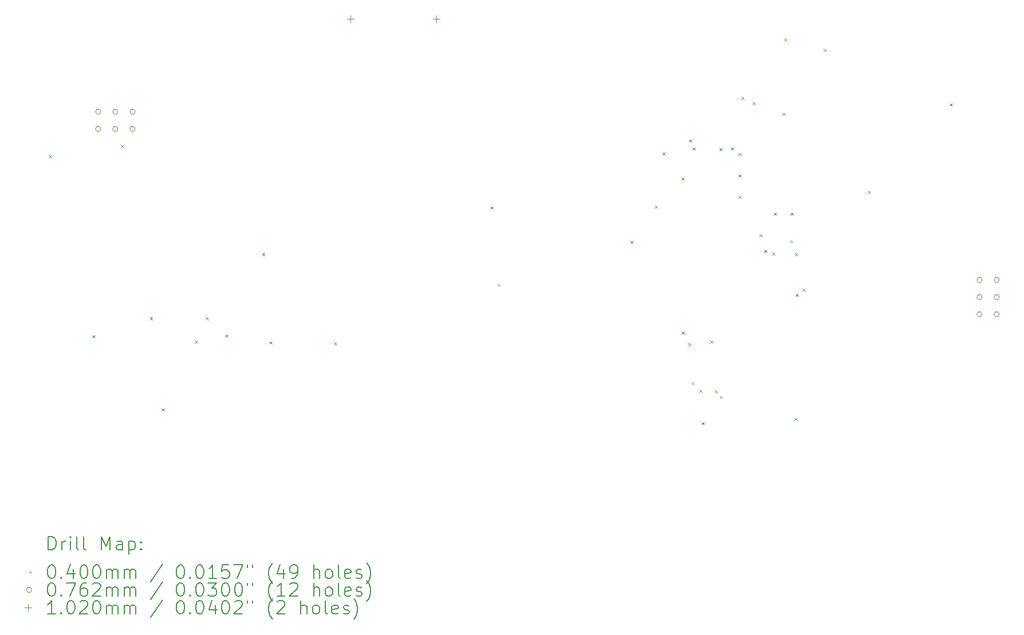
<source format=gbr>
%TF.GenerationSoftware,KiCad,Pcbnew,7.0.1-0*%
%TF.CreationDate,2023-04-14T16:50:05-04:00*%
%TF.ProjectId,WrightSpace,57726967-6874-4537-9061-63652e6b6963,v01*%
%TF.SameCoordinates,Original*%
%TF.FileFunction,Drillmap*%
%TF.FilePolarity,Positive*%
%FSLAX45Y45*%
G04 Gerber Fmt 4.5, Leading zero omitted, Abs format (unit mm)*
G04 Created by KiCad (PCBNEW 7.0.1-0) date 2023-04-14 16:50:05*
%MOMM*%
%LPD*%
G01*
G04 APERTURE LIST*
%ADD10C,0.200000*%
%ADD11C,0.040000*%
%ADD12C,0.076200*%
%ADD13C,0.102000*%
G04 APERTURE END LIST*
D10*
D11*
X9226150Y-8183240D02*
X9266150Y-8223240D01*
X9266150Y-8183240D02*
X9226150Y-8223240D01*
X9867260Y-10849220D02*
X9907260Y-10889220D01*
X9907260Y-10849220D02*
X9867260Y-10889220D01*
X10292400Y-8031800D02*
X10332400Y-8071800D01*
X10332400Y-8031800D02*
X10292400Y-8071800D01*
X10722200Y-10584290D02*
X10762200Y-10624290D01*
X10762200Y-10584290D02*
X10722200Y-10624290D01*
X10897350Y-11932040D02*
X10937350Y-11972040D01*
X10937350Y-11932040D02*
X10897350Y-11972040D01*
X11384600Y-10927400D02*
X11424600Y-10967400D01*
X11424600Y-10927400D02*
X11384600Y-10967400D01*
X11548170Y-10579030D02*
X11588170Y-10619030D01*
X11588170Y-10579030D02*
X11548170Y-10619030D01*
X11833370Y-10840850D02*
X11873370Y-10880850D01*
X11873370Y-10840850D02*
X11833370Y-10880850D01*
X12380460Y-9630950D02*
X12420460Y-9670950D01*
X12420460Y-9630950D02*
X12380460Y-9670950D01*
X12483920Y-10942430D02*
X12523920Y-10982430D01*
X12523920Y-10942430D02*
X12483920Y-10982430D01*
X13442000Y-10952800D02*
X13482000Y-10992800D01*
X13482000Y-10952800D02*
X13442000Y-10992800D01*
X15755640Y-8943770D02*
X15795640Y-8983770D01*
X15795640Y-8943770D02*
X15755640Y-8983770D01*
X15860710Y-10087040D02*
X15900710Y-10127040D01*
X15900710Y-10087040D02*
X15860710Y-10127040D01*
X17823870Y-9456670D02*
X17863870Y-9496670D01*
X17863870Y-9456670D02*
X17823870Y-9496670D01*
X18187440Y-8927700D02*
X18227440Y-8967700D01*
X18227440Y-8927700D02*
X18187440Y-8967700D01*
X18299900Y-8144800D02*
X18339900Y-8184800D01*
X18339900Y-8144800D02*
X18299900Y-8184800D01*
X18579330Y-8513170D02*
X18619330Y-8553170D01*
X18619330Y-8513170D02*
X18579330Y-8553170D01*
X18579710Y-10797170D02*
X18619710Y-10837170D01*
X18619710Y-10797170D02*
X18579710Y-10837170D01*
X18675130Y-10963070D02*
X18715130Y-11003070D01*
X18715130Y-10963070D02*
X18675130Y-11003070D01*
X18695430Y-7953670D02*
X18735430Y-7993670D01*
X18735430Y-7953670D02*
X18695430Y-7993670D01*
X18730190Y-11542050D02*
X18770190Y-11582050D01*
X18770190Y-11542050D02*
X18730190Y-11582050D01*
X18742970Y-8071640D02*
X18782970Y-8111640D01*
X18782970Y-8071640D02*
X18742970Y-8111640D01*
X18845170Y-11653910D02*
X18885170Y-11693910D01*
X18885170Y-11653910D02*
X18845170Y-11693910D01*
X18880820Y-12134840D02*
X18920820Y-12174840D01*
X18920820Y-12134840D02*
X18880820Y-12174840D01*
X19004600Y-10927400D02*
X19044600Y-10967400D01*
X19044600Y-10927400D02*
X19004600Y-10967400D01*
X19074730Y-11666420D02*
X19114730Y-11706420D01*
X19114730Y-11666420D02*
X19074730Y-11706420D01*
X19138900Y-8078800D02*
X19178900Y-8118800D01*
X19178900Y-8078800D02*
X19138900Y-8118800D01*
X19146590Y-11745400D02*
X19186590Y-11785400D01*
X19186590Y-11745400D02*
X19146590Y-11785400D01*
X19307580Y-8071050D02*
X19347580Y-8111050D01*
X19347580Y-8071050D02*
X19307580Y-8111050D01*
X19417900Y-8149210D02*
X19457900Y-8189210D01*
X19457900Y-8149210D02*
X19417900Y-8189210D01*
X19418140Y-8468980D02*
X19458140Y-8508980D01*
X19458140Y-8468980D02*
X19418140Y-8508980D01*
X19420310Y-8783770D02*
X19460310Y-8823770D01*
X19460310Y-8783770D02*
X19420310Y-8823770D01*
X19461800Y-7320600D02*
X19501800Y-7360600D01*
X19501800Y-7320600D02*
X19461800Y-7360600D01*
X19629460Y-7395160D02*
X19669460Y-7435160D01*
X19669460Y-7395160D02*
X19629460Y-7435160D01*
X19732680Y-9354740D02*
X19772680Y-9394740D01*
X19772680Y-9354740D02*
X19732680Y-9394740D01*
X19803690Y-9587430D02*
X19843690Y-9627430D01*
X19843690Y-9587430D02*
X19803690Y-9627430D01*
X19919110Y-9625650D02*
X19959110Y-9665650D01*
X19959110Y-9625650D02*
X19919110Y-9665650D01*
X19943280Y-9037260D02*
X19983280Y-9077260D01*
X19983280Y-9037260D02*
X19943280Y-9077260D01*
X20072250Y-7557300D02*
X20112250Y-7597300D01*
X20112250Y-7557300D02*
X20072250Y-7597300D01*
X20096800Y-6457000D02*
X20136800Y-6497000D01*
X20136800Y-6457000D02*
X20096800Y-6497000D01*
X20187890Y-9441880D02*
X20227890Y-9481880D01*
X20227890Y-9441880D02*
X20187890Y-9481880D01*
X20192520Y-9037260D02*
X20232520Y-9077260D01*
X20232520Y-9037260D02*
X20192520Y-9077260D01*
X20247670Y-12073600D02*
X20287670Y-12113600D01*
X20287670Y-12073600D02*
X20247670Y-12113600D01*
X20261340Y-9633730D02*
X20301340Y-9673730D01*
X20301340Y-9633730D02*
X20261340Y-9673730D01*
X20268440Y-10238900D02*
X20308440Y-10278900D01*
X20308440Y-10238900D02*
X20268440Y-10278900D01*
X20369610Y-10159200D02*
X20409610Y-10199200D01*
X20409610Y-10159200D02*
X20369610Y-10199200D01*
X20681000Y-6609400D02*
X20721000Y-6649400D01*
X20721000Y-6609400D02*
X20681000Y-6649400D01*
X21331490Y-8710140D02*
X21371490Y-8750140D01*
X21371490Y-8710140D02*
X21331490Y-8750140D01*
X22544430Y-7419410D02*
X22584430Y-7459410D01*
X22584430Y-7419410D02*
X22544430Y-7459410D01*
D12*
X9994900Y-7543800D02*
G75*
G03*
X9994900Y-7543800I-38100J0D01*
G01*
X9994900Y-7797800D02*
G75*
G03*
X9994900Y-7797800I-38100J0D01*
G01*
X10248900Y-7543800D02*
G75*
G03*
X10248900Y-7543800I-38100J0D01*
G01*
X10248900Y-7797800D02*
G75*
G03*
X10248900Y-7797800I-38100J0D01*
G01*
X10502900Y-7543800D02*
G75*
G03*
X10502900Y-7543800I-38100J0D01*
G01*
X10502900Y-7797800D02*
G75*
G03*
X10502900Y-7797800I-38100J0D01*
G01*
X23025100Y-10033000D02*
G75*
G03*
X23025100Y-10033000I-38100J0D01*
G01*
X23025100Y-10287000D02*
G75*
G03*
X23025100Y-10287000I-38100J0D01*
G01*
X23025100Y-10541000D02*
G75*
G03*
X23025100Y-10541000I-38100J0D01*
G01*
X23279100Y-10033000D02*
G75*
G03*
X23279100Y-10033000I-38100J0D01*
G01*
X23279100Y-10287000D02*
G75*
G03*
X23279100Y-10287000I-38100J0D01*
G01*
X23279100Y-10541000D02*
G75*
G03*
X23279100Y-10541000I-38100J0D01*
G01*
D13*
X13690600Y-6121200D02*
X13690600Y-6223200D01*
X13639600Y-6172200D02*
X13741600Y-6172200D01*
X14960600Y-6121200D02*
X14960600Y-6223200D01*
X14909600Y-6172200D02*
X15011600Y-6172200D01*
D10*
X9221095Y-14029875D02*
X9221095Y-13829875D01*
X9221095Y-13829875D02*
X9268714Y-13829875D01*
X9268714Y-13829875D02*
X9297285Y-13839399D01*
X9297285Y-13839399D02*
X9316333Y-13858446D01*
X9316333Y-13858446D02*
X9325857Y-13877494D01*
X9325857Y-13877494D02*
X9335381Y-13915589D01*
X9335381Y-13915589D02*
X9335381Y-13944161D01*
X9335381Y-13944161D02*
X9325857Y-13982256D01*
X9325857Y-13982256D02*
X9316333Y-14001304D01*
X9316333Y-14001304D02*
X9297285Y-14020351D01*
X9297285Y-14020351D02*
X9268714Y-14029875D01*
X9268714Y-14029875D02*
X9221095Y-14029875D01*
X9421095Y-14029875D02*
X9421095Y-13896542D01*
X9421095Y-13934637D02*
X9430619Y-13915589D01*
X9430619Y-13915589D02*
X9440142Y-13906065D01*
X9440142Y-13906065D02*
X9459190Y-13896542D01*
X9459190Y-13896542D02*
X9478238Y-13896542D01*
X9544904Y-14029875D02*
X9544904Y-13896542D01*
X9544904Y-13829875D02*
X9535381Y-13839399D01*
X9535381Y-13839399D02*
X9544904Y-13848923D01*
X9544904Y-13848923D02*
X9554428Y-13839399D01*
X9554428Y-13839399D02*
X9544904Y-13829875D01*
X9544904Y-13829875D02*
X9544904Y-13848923D01*
X9668714Y-14029875D02*
X9649666Y-14020351D01*
X9649666Y-14020351D02*
X9640142Y-14001304D01*
X9640142Y-14001304D02*
X9640142Y-13829875D01*
X9773476Y-14029875D02*
X9754428Y-14020351D01*
X9754428Y-14020351D02*
X9744904Y-14001304D01*
X9744904Y-14001304D02*
X9744904Y-13829875D01*
X10002047Y-14029875D02*
X10002047Y-13829875D01*
X10002047Y-13829875D02*
X10068714Y-13972732D01*
X10068714Y-13972732D02*
X10135381Y-13829875D01*
X10135381Y-13829875D02*
X10135381Y-14029875D01*
X10316333Y-14029875D02*
X10316333Y-13925113D01*
X10316333Y-13925113D02*
X10306809Y-13906065D01*
X10306809Y-13906065D02*
X10287762Y-13896542D01*
X10287762Y-13896542D02*
X10249666Y-13896542D01*
X10249666Y-13896542D02*
X10230619Y-13906065D01*
X10316333Y-14020351D02*
X10297285Y-14029875D01*
X10297285Y-14029875D02*
X10249666Y-14029875D01*
X10249666Y-14029875D02*
X10230619Y-14020351D01*
X10230619Y-14020351D02*
X10221095Y-14001304D01*
X10221095Y-14001304D02*
X10221095Y-13982256D01*
X10221095Y-13982256D02*
X10230619Y-13963208D01*
X10230619Y-13963208D02*
X10249666Y-13953685D01*
X10249666Y-13953685D02*
X10297285Y-13953685D01*
X10297285Y-13953685D02*
X10316333Y-13944161D01*
X10411571Y-13896542D02*
X10411571Y-14096542D01*
X10411571Y-13906065D02*
X10430619Y-13896542D01*
X10430619Y-13896542D02*
X10468714Y-13896542D01*
X10468714Y-13896542D02*
X10487762Y-13906065D01*
X10487762Y-13906065D02*
X10497285Y-13915589D01*
X10497285Y-13915589D02*
X10506809Y-13934637D01*
X10506809Y-13934637D02*
X10506809Y-13991780D01*
X10506809Y-13991780D02*
X10497285Y-14010827D01*
X10497285Y-14010827D02*
X10487762Y-14020351D01*
X10487762Y-14020351D02*
X10468714Y-14029875D01*
X10468714Y-14029875D02*
X10430619Y-14029875D01*
X10430619Y-14029875D02*
X10411571Y-14020351D01*
X10592523Y-14010827D02*
X10602047Y-14020351D01*
X10602047Y-14020351D02*
X10592523Y-14029875D01*
X10592523Y-14029875D02*
X10583000Y-14020351D01*
X10583000Y-14020351D02*
X10592523Y-14010827D01*
X10592523Y-14010827D02*
X10592523Y-14029875D01*
X10592523Y-13906065D02*
X10602047Y-13915589D01*
X10602047Y-13915589D02*
X10592523Y-13925113D01*
X10592523Y-13925113D02*
X10583000Y-13915589D01*
X10583000Y-13915589D02*
X10592523Y-13906065D01*
X10592523Y-13906065D02*
X10592523Y-13925113D01*
D11*
X8933476Y-14337351D02*
X8973476Y-14377351D01*
X8973476Y-14337351D02*
X8933476Y-14377351D01*
D10*
X9259190Y-14249875D02*
X9278238Y-14249875D01*
X9278238Y-14249875D02*
X9297285Y-14259399D01*
X9297285Y-14259399D02*
X9306809Y-14268923D01*
X9306809Y-14268923D02*
X9316333Y-14287970D01*
X9316333Y-14287970D02*
X9325857Y-14326065D01*
X9325857Y-14326065D02*
X9325857Y-14373685D01*
X9325857Y-14373685D02*
X9316333Y-14411780D01*
X9316333Y-14411780D02*
X9306809Y-14430827D01*
X9306809Y-14430827D02*
X9297285Y-14440351D01*
X9297285Y-14440351D02*
X9278238Y-14449875D01*
X9278238Y-14449875D02*
X9259190Y-14449875D01*
X9259190Y-14449875D02*
X9240142Y-14440351D01*
X9240142Y-14440351D02*
X9230619Y-14430827D01*
X9230619Y-14430827D02*
X9221095Y-14411780D01*
X9221095Y-14411780D02*
X9211571Y-14373685D01*
X9211571Y-14373685D02*
X9211571Y-14326065D01*
X9211571Y-14326065D02*
X9221095Y-14287970D01*
X9221095Y-14287970D02*
X9230619Y-14268923D01*
X9230619Y-14268923D02*
X9240142Y-14259399D01*
X9240142Y-14259399D02*
X9259190Y-14249875D01*
X9411571Y-14430827D02*
X9421095Y-14440351D01*
X9421095Y-14440351D02*
X9411571Y-14449875D01*
X9411571Y-14449875D02*
X9402047Y-14440351D01*
X9402047Y-14440351D02*
X9411571Y-14430827D01*
X9411571Y-14430827D02*
X9411571Y-14449875D01*
X9592523Y-14316542D02*
X9592523Y-14449875D01*
X9544904Y-14240351D02*
X9497285Y-14383208D01*
X9497285Y-14383208D02*
X9621095Y-14383208D01*
X9735381Y-14249875D02*
X9754428Y-14249875D01*
X9754428Y-14249875D02*
X9773476Y-14259399D01*
X9773476Y-14259399D02*
X9783000Y-14268923D01*
X9783000Y-14268923D02*
X9792523Y-14287970D01*
X9792523Y-14287970D02*
X9802047Y-14326065D01*
X9802047Y-14326065D02*
X9802047Y-14373685D01*
X9802047Y-14373685D02*
X9792523Y-14411780D01*
X9792523Y-14411780D02*
X9783000Y-14430827D01*
X9783000Y-14430827D02*
X9773476Y-14440351D01*
X9773476Y-14440351D02*
X9754428Y-14449875D01*
X9754428Y-14449875D02*
X9735381Y-14449875D01*
X9735381Y-14449875D02*
X9716333Y-14440351D01*
X9716333Y-14440351D02*
X9706809Y-14430827D01*
X9706809Y-14430827D02*
X9697285Y-14411780D01*
X9697285Y-14411780D02*
X9687762Y-14373685D01*
X9687762Y-14373685D02*
X9687762Y-14326065D01*
X9687762Y-14326065D02*
X9697285Y-14287970D01*
X9697285Y-14287970D02*
X9706809Y-14268923D01*
X9706809Y-14268923D02*
X9716333Y-14259399D01*
X9716333Y-14259399D02*
X9735381Y-14249875D01*
X9925857Y-14249875D02*
X9944904Y-14249875D01*
X9944904Y-14249875D02*
X9963952Y-14259399D01*
X9963952Y-14259399D02*
X9973476Y-14268923D01*
X9973476Y-14268923D02*
X9983000Y-14287970D01*
X9983000Y-14287970D02*
X9992523Y-14326065D01*
X9992523Y-14326065D02*
X9992523Y-14373685D01*
X9992523Y-14373685D02*
X9983000Y-14411780D01*
X9983000Y-14411780D02*
X9973476Y-14430827D01*
X9973476Y-14430827D02*
X9963952Y-14440351D01*
X9963952Y-14440351D02*
X9944904Y-14449875D01*
X9944904Y-14449875D02*
X9925857Y-14449875D01*
X9925857Y-14449875D02*
X9906809Y-14440351D01*
X9906809Y-14440351D02*
X9897285Y-14430827D01*
X9897285Y-14430827D02*
X9887762Y-14411780D01*
X9887762Y-14411780D02*
X9878238Y-14373685D01*
X9878238Y-14373685D02*
X9878238Y-14326065D01*
X9878238Y-14326065D02*
X9887762Y-14287970D01*
X9887762Y-14287970D02*
X9897285Y-14268923D01*
X9897285Y-14268923D02*
X9906809Y-14259399D01*
X9906809Y-14259399D02*
X9925857Y-14249875D01*
X10078238Y-14449875D02*
X10078238Y-14316542D01*
X10078238Y-14335589D02*
X10087762Y-14326065D01*
X10087762Y-14326065D02*
X10106809Y-14316542D01*
X10106809Y-14316542D02*
X10135381Y-14316542D01*
X10135381Y-14316542D02*
X10154428Y-14326065D01*
X10154428Y-14326065D02*
X10163952Y-14345113D01*
X10163952Y-14345113D02*
X10163952Y-14449875D01*
X10163952Y-14345113D02*
X10173476Y-14326065D01*
X10173476Y-14326065D02*
X10192523Y-14316542D01*
X10192523Y-14316542D02*
X10221095Y-14316542D01*
X10221095Y-14316542D02*
X10240143Y-14326065D01*
X10240143Y-14326065D02*
X10249666Y-14345113D01*
X10249666Y-14345113D02*
X10249666Y-14449875D01*
X10344904Y-14449875D02*
X10344904Y-14316542D01*
X10344904Y-14335589D02*
X10354428Y-14326065D01*
X10354428Y-14326065D02*
X10373476Y-14316542D01*
X10373476Y-14316542D02*
X10402047Y-14316542D01*
X10402047Y-14316542D02*
X10421095Y-14326065D01*
X10421095Y-14326065D02*
X10430619Y-14345113D01*
X10430619Y-14345113D02*
X10430619Y-14449875D01*
X10430619Y-14345113D02*
X10440143Y-14326065D01*
X10440143Y-14326065D02*
X10459190Y-14316542D01*
X10459190Y-14316542D02*
X10487762Y-14316542D01*
X10487762Y-14316542D02*
X10506809Y-14326065D01*
X10506809Y-14326065D02*
X10516333Y-14345113D01*
X10516333Y-14345113D02*
X10516333Y-14449875D01*
X10906809Y-14240351D02*
X10735381Y-14497494D01*
X11163952Y-14249875D02*
X11183000Y-14249875D01*
X11183000Y-14249875D02*
X11202047Y-14259399D01*
X11202047Y-14259399D02*
X11211571Y-14268923D01*
X11211571Y-14268923D02*
X11221095Y-14287970D01*
X11221095Y-14287970D02*
X11230619Y-14326065D01*
X11230619Y-14326065D02*
X11230619Y-14373685D01*
X11230619Y-14373685D02*
X11221095Y-14411780D01*
X11221095Y-14411780D02*
X11211571Y-14430827D01*
X11211571Y-14430827D02*
X11202047Y-14440351D01*
X11202047Y-14440351D02*
X11183000Y-14449875D01*
X11183000Y-14449875D02*
X11163952Y-14449875D01*
X11163952Y-14449875D02*
X11144905Y-14440351D01*
X11144905Y-14440351D02*
X11135381Y-14430827D01*
X11135381Y-14430827D02*
X11125857Y-14411780D01*
X11125857Y-14411780D02*
X11116333Y-14373685D01*
X11116333Y-14373685D02*
X11116333Y-14326065D01*
X11116333Y-14326065D02*
X11125857Y-14287970D01*
X11125857Y-14287970D02*
X11135381Y-14268923D01*
X11135381Y-14268923D02*
X11144905Y-14259399D01*
X11144905Y-14259399D02*
X11163952Y-14249875D01*
X11316333Y-14430827D02*
X11325857Y-14440351D01*
X11325857Y-14440351D02*
X11316333Y-14449875D01*
X11316333Y-14449875D02*
X11306809Y-14440351D01*
X11306809Y-14440351D02*
X11316333Y-14430827D01*
X11316333Y-14430827D02*
X11316333Y-14449875D01*
X11449666Y-14249875D02*
X11468714Y-14249875D01*
X11468714Y-14249875D02*
X11487762Y-14259399D01*
X11487762Y-14259399D02*
X11497285Y-14268923D01*
X11497285Y-14268923D02*
X11506809Y-14287970D01*
X11506809Y-14287970D02*
X11516333Y-14326065D01*
X11516333Y-14326065D02*
X11516333Y-14373685D01*
X11516333Y-14373685D02*
X11506809Y-14411780D01*
X11506809Y-14411780D02*
X11497285Y-14430827D01*
X11497285Y-14430827D02*
X11487762Y-14440351D01*
X11487762Y-14440351D02*
X11468714Y-14449875D01*
X11468714Y-14449875D02*
X11449666Y-14449875D01*
X11449666Y-14449875D02*
X11430619Y-14440351D01*
X11430619Y-14440351D02*
X11421095Y-14430827D01*
X11421095Y-14430827D02*
X11411571Y-14411780D01*
X11411571Y-14411780D02*
X11402047Y-14373685D01*
X11402047Y-14373685D02*
X11402047Y-14326065D01*
X11402047Y-14326065D02*
X11411571Y-14287970D01*
X11411571Y-14287970D02*
X11421095Y-14268923D01*
X11421095Y-14268923D02*
X11430619Y-14259399D01*
X11430619Y-14259399D02*
X11449666Y-14249875D01*
X11706809Y-14449875D02*
X11592524Y-14449875D01*
X11649666Y-14449875D02*
X11649666Y-14249875D01*
X11649666Y-14249875D02*
X11630619Y-14278446D01*
X11630619Y-14278446D02*
X11611571Y-14297494D01*
X11611571Y-14297494D02*
X11592524Y-14307018D01*
X11887762Y-14249875D02*
X11792524Y-14249875D01*
X11792524Y-14249875D02*
X11783000Y-14345113D01*
X11783000Y-14345113D02*
X11792524Y-14335589D01*
X11792524Y-14335589D02*
X11811571Y-14326065D01*
X11811571Y-14326065D02*
X11859190Y-14326065D01*
X11859190Y-14326065D02*
X11878238Y-14335589D01*
X11878238Y-14335589D02*
X11887762Y-14345113D01*
X11887762Y-14345113D02*
X11897285Y-14364161D01*
X11897285Y-14364161D02*
X11897285Y-14411780D01*
X11897285Y-14411780D02*
X11887762Y-14430827D01*
X11887762Y-14430827D02*
X11878238Y-14440351D01*
X11878238Y-14440351D02*
X11859190Y-14449875D01*
X11859190Y-14449875D02*
X11811571Y-14449875D01*
X11811571Y-14449875D02*
X11792524Y-14440351D01*
X11792524Y-14440351D02*
X11783000Y-14430827D01*
X11963952Y-14249875D02*
X12097285Y-14249875D01*
X12097285Y-14249875D02*
X12011571Y-14449875D01*
X12163952Y-14249875D02*
X12163952Y-14287970D01*
X12240143Y-14249875D02*
X12240143Y-14287970D01*
X12535381Y-14526065D02*
X12525857Y-14516542D01*
X12525857Y-14516542D02*
X12506809Y-14487970D01*
X12506809Y-14487970D02*
X12497286Y-14468923D01*
X12497286Y-14468923D02*
X12487762Y-14440351D01*
X12487762Y-14440351D02*
X12478238Y-14392732D01*
X12478238Y-14392732D02*
X12478238Y-14354637D01*
X12478238Y-14354637D02*
X12487762Y-14307018D01*
X12487762Y-14307018D02*
X12497286Y-14278446D01*
X12497286Y-14278446D02*
X12506809Y-14259399D01*
X12506809Y-14259399D02*
X12525857Y-14230827D01*
X12525857Y-14230827D02*
X12535381Y-14221304D01*
X12697286Y-14316542D02*
X12697286Y-14449875D01*
X12649666Y-14240351D02*
X12602047Y-14383208D01*
X12602047Y-14383208D02*
X12725857Y-14383208D01*
X12811571Y-14449875D02*
X12849666Y-14449875D01*
X12849666Y-14449875D02*
X12868714Y-14440351D01*
X12868714Y-14440351D02*
X12878238Y-14430827D01*
X12878238Y-14430827D02*
X12897286Y-14402256D01*
X12897286Y-14402256D02*
X12906809Y-14364161D01*
X12906809Y-14364161D02*
X12906809Y-14287970D01*
X12906809Y-14287970D02*
X12897286Y-14268923D01*
X12897286Y-14268923D02*
X12887762Y-14259399D01*
X12887762Y-14259399D02*
X12868714Y-14249875D01*
X12868714Y-14249875D02*
X12830619Y-14249875D01*
X12830619Y-14249875D02*
X12811571Y-14259399D01*
X12811571Y-14259399D02*
X12802047Y-14268923D01*
X12802047Y-14268923D02*
X12792524Y-14287970D01*
X12792524Y-14287970D02*
X12792524Y-14335589D01*
X12792524Y-14335589D02*
X12802047Y-14354637D01*
X12802047Y-14354637D02*
X12811571Y-14364161D01*
X12811571Y-14364161D02*
X12830619Y-14373685D01*
X12830619Y-14373685D02*
X12868714Y-14373685D01*
X12868714Y-14373685D02*
X12887762Y-14364161D01*
X12887762Y-14364161D02*
X12897286Y-14354637D01*
X12897286Y-14354637D02*
X12906809Y-14335589D01*
X13144905Y-14449875D02*
X13144905Y-14249875D01*
X13230619Y-14449875D02*
X13230619Y-14345113D01*
X13230619Y-14345113D02*
X13221095Y-14326065D01*
X13221095Y-14326065D02*
X13202048Y-14316542D01*
X13202048Y-14316542D02*
X13173476Y-14316542D01*
X13173476Y-14316542D02*
X13154428Y-14326065D01*
X13154428Y-14326065D02*
X13144905Y-14335589D01*
X13354428Y-14449875D02*
X13335381Y-14440351D01*
X13335381Y-14440351D02*
X13325857Y-14430827D01*
X13325857Y-14430827D02*
X13316333Y-14411780D01*
X13316333Y-14411780D02*
X13316333Y-14354637D01*
X13316333Y-14354637D02*
X13325857Y-14335589D01*
X13325857Y-14335589D02*
X13335381Y-14326065D01*
X13335381Y-14326065D02*
X13354428Y-14316542D01*
X13354428Y-14316542D02*
X13383000Y-14316542D01*
X13383000Y-14316542D02*
X13402048Y-14326065D01*
X13402048Y-14326065D02*
X13411571Y-14335589D01*
X13411571Y-14335589D02*
X13421095Y-14354637D01*
X13421095Y-14354637D02*
X13421095Y-14411780D01*
X13421095Y-14411780D02*
X13411571Y-14430827D01*
X13411571Y-14430827D02*
X13402048Y-14440351D01*
X13402048Y-14440351D02*
X13383000Y-14449875D01*
X13383000Y-14449875D02*
X13354428Y-14449875D01*
X13535381Y-14449875D02*
X13516333Y-14440351D01*
X13516333Y-14440351D02*
X13506809Y-14421304D01*
X13506809Y-14421304D02*
X13506809Y-14249875D01*
X13687762Y-14440351D02*
X13668714Y-14449875D01*
X13668714Y-14449875D02*
X13630619Y-14449875D01*
X13630619Y-14449875D02*
X13611571Y-14440351D01*
X13611571Y-14440351D02*
X13602048Y-14421304D01*
X13602048Y-14421304D02*
X13602048Y-14345113D01*
X13602048Y-14345113D02*
X13611571Y-14326065D01*
X13611571Y-14326065D02*
X13630619Y-14316542D01*
X13630619Y-14316542D02*
X13668714Y-14316542D01*
X13668714Y-14316542D02*
X13687762Y-14326065D01*
X13687762Y-14326065D02*
X13697286Y-14345113D01*
X13697286Y-14345113D02*
X13697286Y-14364161D01*
X13697286Y-14364161D02*
X13602048Y-14383208D01*
X13773476Y-14440351D02*
X13792524Y-14449875D01*
X13792524Y-14449875D02*
X13830619Y-14449875D01*
X13830619Y-14449875D02*
X13849667Y-14440351D01*
X13849667Y-14440351D02*
X13859190Y-14421304D01*
X13859190Y-14421304D02*
X13859190Y-14411780D01*
X13859190Y-14411780D02*
X13849667Y-14392732D01*
X13849667Y-14392732D02*
X13830619Y-14383208D01*
X13830619Y-14383208D02*
X13802048Y-14383208D01*
X13802048Y-14383208D02*
X13783000Y-14373685D01*
X13783000Y-14373685D02*
X13773476Y-14354637D01*
X13773476Y-14354637D02*
X13773476Y-14345113D01*
X13773476Y-14345113D02*
X13783000Y-14326065D01*
X13783000Y-14326065D02*
X13802048Y-14316542D01*
X13802048Y-14316542D02*
X13830619Y-14316542D01*
X13830619Y-14316542D02*
X13849667Y-14326065D01*
X13925857Y-14526065D02*
X13935381Y-14516542D01*
X13935381Y-14516542D02*
X13954429Y-14487970D01*
X13954429Y-14487970D02*
X13963952Y-14468923D01*
X13963952Y-14468923D02*
X13973476Y-14440351D01*
X13973476Y-14440351D02*
X13983000Y-14392732D01*
X13983000Y-14392732D02*
X13983000Y-14354637D01*
X13983000Y-14354637D02*
X13973476Y-14307018D01*
X13973476Y-14307018D02*
X13963952Y-14278446D01*
X13963952Y-14278446D02*
X13954429Y-14259399D01*
X13954429Y-14259399D02*
X13935381Y-14230827D01*
X13935381Y-14230827D02*
X13925857Y-14221304D01*
D12*
X8973476Y-14621351D02*
G75*
G03*
X8973476Y-14621351I-38100J0D01*
G01*
D10*
X9259190Y-14513875D02*
X9278238Y-14513875D01*
X9278238Y-14513875D02*
X9297285Y-14523399D01*
X9297285Y-14523399D02*
X9306809Y-14532923D01*
X9306809Y-14532923D02*
X9316333Y-14551970D01*
X9316333Y-14551970D02*
X9325857Y-14590065D01*
X9325857Y-14590065D02*
X9325857Y-14637685D01*
X9325857Y-14637685D02*
X9316333Y-14675780D01*
X9316333Y-14675780D02*
X9306809Y-14694827D01*
X9306809Y-14694827D02*
X9297285Y-14704351D01*
X9297285Y-14704351D02*
X9278238Y-14713875D01*
X9278238Y-14713875D02*
X9259190Y-14713875D01*
X9259190Y-14713875D02*
X9240142Y-14704351D01*
X9240142Y-14704351D02*
X9230619Y-14694827D01*
X9230619Y-14694827D02*
X9221095Y-14675780D01*
X9221095Y-14675780D02*
X9211571Y-14637685D01*
X9211571Y-14637685D02*
X9211571Y-14590065D01*
X9211571Y-14590065D02*
X9221095Y-14551970D01*
X9221095Y-14551970D02*
X9230619Y-14532923D01*
X9230619Y-14532923D02*
X9240142Y-14523399D01*
X9240142Y-14523399D02*
X9259190Y-14513875D01*
X9411571Y-14694827D02*
X9421095Y-14704351D01*
X9421095Y-14704351D02*
X9411571Y-14713875D01*
X9411571Y-14713875D02*
X9402047Y-14704351D01*
X9402047Y-14704351D02*
X9411571Y-14694827D01*
X9411571Y-14694827D02*
X9411571Y-14713875D01*
X9487762Y-14513875D02*
X9621095Y-14513875D01*
X9621095Y-14513875D02*
X9535381Y-14713875D01*
X9783000Y-14513875D02*
X9744904Y-14513875D01*
X9744904Y-14513875D02*
X9725857Y-14523399D01*
X9725857Y-14523399D02*
X9716333Y-14532923D01*
X9716333Y-14532923D02*
X9697285Y-14561494D01*
X9697285Y-14561494D02*
X9687762Y-14599589D01*
X9687762Y-14599589D02*
X9687762Y-14675780D01*
X9687762Y-14675780D02*
X9697285Y-14694827D01*
X9697285Y-14694827D02*
X9706809Y-14704351D01*
X9706809Y-14704351D02*
X9725857Y-14713875D01*
X9725857Y-14713875D02*
X9763952Y-14713875D01*
X9763952Y-14713875D02*
X9783000Y-14704351D01*
X9783000Y-14704351D02*
X9792523Y-14694827D01*
X9792523Y-14694827D02*
X9802047Y-14675780D01*
X9802047Y-14675780D02*
X9802047Y-14628161D01*
X9802047Y-14628161D02*
X9792523Y-14609113D01*
X9792523Y-14609113D02*
X9783000Y-14599589D01*
X9783000Y-14599589D02*
X9763952Y-14590065D01*
X9763952Y-14590065D02*
X9725857Y-14590065D01*
X9725857Y-14590065D02*
X9706809Y-14599589D01*
X9706809Y-14599589D02*
X9697285Y-14609113D01*
X9697285Y-14609113D02*
X9687762Y-14628161D01*
X9878238Y-14532923D02*
X9887762Y-14523399D01*
X9887762Y-14523399D02*
X9906809Y-14513875D01*
X9906809Y-14513875D02*
X9954428Y-14513875D01*
X9954428Y-14513875D02*
X9973476Y-14523399D01*
X9973476Y-14523399D02*
X9983000Y-14532923D01*
X9983000Y-14532923D02*
X9992523Y-14551970D01*
X9992523Y-14551970D02*
X9992523Y-14571018D01*
X9992523Y-14571018D02*
X9983000Y-14599589D01*
X9983000Y-14599589D02*
X9868714Y-14713875D01*
X9868714Y-14713875D02*
X9992523Y-14713875D01*
X10078238Y-14713875D02*
X10078238Y-14580542D01*
X10078238Y-14599589D02*
X10087762Y-14590065D01*
X10087762Y-14590065D02*
X10106809Y-14580542D01*
X10106809Y-14580542D02*
X10135381Y-14580542D01*
X10135381Y-14580542D02*
X10154428Y-14590065D01*
X10154428Y-14590065D02*
X10163952Y-14609113D01*
X10163952Y-14609113D02*
X10163952Y-14713875D01*
X10163952Y-14609113D02*
X10173476Y-14590065D01*
X10173476Y-14590065D02*
X10192523Y-14580542D01*
X10192523Y-14580542D02*
X10221095Y-14580542D01*
X10221095Y-14580542D02*
X10240143Y-14590065D01*
X10240143Y-14590065D02*
X10249666Y-14609113D01*
X10249666Y-14609113D02*
X10249666Y-14713875D01*
X10344904Y-14713875D02*
X10344904Y-14580542D01*
X10344904Y-14599589D02*
X10354428Y-14590065D01*
X10354428Y-14590065D02*
X10373476Y-14580542D01*
X10373476Y-14580542D02*
X10402047Y-14580542D01*
X10402047Y-14580542D02*
X10421095Y-14590065D01*
X10421095Y-14590065D02*
X10430619Y-14609113D01*
X10430619Y-14609113D02*
X10430619Y-14713875D01*
X10430619Y-14609113D02*
X10440143Y-14590065D01*
X10440143Y-14590065D02*
X10459190Y-14580542D01*
X10459190Y-14580542D02*
X10487762Y-14580542D01*
X10487762Y-14580542D02*
X10506809Y-14590065D01*
X10506809Y-14590065D02*
X10516333Y-14609113D01*
X10516333Y-14609113D02*
X10516333Y-14713875D01*
X10906809Y-14504351D02*
X10735381Y-14761494D01*
X11163952Y-14513875D02*
X11183000Y-14513875D01*
X11183000Y-14513875D02*
X11202047Y-14523399D01*
X11202047Y-14523399D02*
X11211571Y-14532923D01*
X11211571Y-14532923D02*
X11221095Y-14551970D01*
X11221095Y-14551970D02*
X11230619Y-14590065D01*
X11230619Y-14590065D02*
X11230619Y-14637685D01*
X11230619Y-14637685D02*
X11221095Y-14675780D01*
X11221095Y-14675780D02*
X11211571Y-14694827D01*
X11211571Y-14694827D02*
X11202047Y-14704351D01*
X11202047Y-14704351D02*
X11183000Y-14713875D01*
X11183000Y-14713875D02*
X11163952Y-14713875D01*
X11163952Y-14713875D02*
X11144905Y-14704351D01*
X11144905Y-14704351D02*
X11135381Y-14694827D01*
X11135381Y-14694827D02*
X11125857Y-14675780D01*
X11125857Y-14675780D02*
X11116333Y-14637685D01*
X11116333Y-14637685D02*
X11116333Y-14590065D01*
X11116333Y-14590065D02*
X11125857Y-14551970D01*
X11125857Y-14551970D02*
X11135381Y-14532923D01*
X11135381Y-14532923D02*
X11144905Y-14523399D01*
X11144905Y-14523399D02*
X11163952Y-14513875D01*
X11316333Y-14694827D02*
X11325857Y-14704351D01*
X11325857Y-14704351D02*
X11316333Y-14713875D01*
X11316333Y-14713875D02*
X11306809Y-14704351D01*
X11306809Y-14704351D02*
X11316333Y-14694827D01*
X11316333Y-14694827D02*
X11316333Y-14713875D01*
X11449666Y-14513875D02*
X11468714Y-14513875D01*
X11468714Y-14513875D02*
X11487762Y-14523399D01*
X11487762Y-14523399D02*
X11497285Y-14532923D01*
X11497285Y-14532923D02*
X11506809Y-14551970D01*
X11506809Y-14551970D02*
X11516333Y-14590065D01*
X11516333Y-14590065D02*
X11516333Y-14637685D01*
X11516333Y-14637685D02*
X11506809Y-14675780D01*
X11506809Y-14675780D02*
X11497285Y-14694827D01*
X11497285Y-14694827D02*
X11487762Y-14704351D01*
X11487762Y-14704351D02*
X11468714Y-14713875D01*
X11468714Y-14713875D02*
X11449666Y-14713875D01*
X11449666Y-14713875D02*
X11430619Y-14704351D01*
X11430619Y-14704351D02*
X11421095Y-14694827D01*
X11421095Y-14694827D02*
X11411571Y-14675780D01*
X11411571Y-14675780D02*
X11402047Y-14637685D01*
X11402047Y-14637685D02*
X11402047Y-14590065D01*
X11402047Y-14590065D02*
X11411571Y-14551970D01*
X11411571Y-14551970D02*
X11421095Y-14532923D01*
X11421095Y-14532923D02*
X11430619Y-14523399D01*
X11430619Y-14523399D02*
X11449666Y-14513875D01*
X11583000Y-14513875D02*
X11706809Y-14513875D01*
X11706809Y-14513875D02*
X11640143Y-14590065D01*
X11640143Y-14590065D02*
X11668714Y-14590065D01*
X11668714Y-14590065D02*
X11687762Y-14599589D01*
X11687762Y-14599589D02*
X11697285Y-14609113D01*
X11697285Y-14609113D02*
X11706809Y-14628161D01*
X11706809Y-14628161D02*
X11706809Y-14675780D01*
X11706809Y-14675780D02*
X11697285Y-14694827D01*
X11697285Y-14694827D02*
X11687762Y-14704351D01*
X11687762Y-14704351D02*
X11668714Y-14713875D01*
X11668714Y-14713875D02*
X11611571Y-14713875D01*
X11611571Y-14713875D02*
X11592524Y-14704351D01*
X11592524Y-14704351D02*
X11583000Y-14694827D01*
X11830619Y-14513875D02*
X11849666Y-14513875D01*
X11849666Y-14513875D02*
X11868714Y-14523399D01*
X11868714Y-14523399D02*
X11878238Y-14532923D01*
X11878238Y-14532923D02*
X11887762Y-14551970D01*
X11887762Y-14551970D02*
X11897285Y-14590065D01*
X11897285Y-14590065D02*
X11897285Y-14637685D01*
X11897285Y-14637685D02*
X11887762Y-14675780D01*
X11887762Y-14675780D02*
X11878238Y-14694827D01*
X11878238Y-14694827D02*
X11868714Y-14704351D01*
X11868714Y-14704351D02*
X11849666Y-14713875D01*
X11849666Y-14713875D02*
X11830619Y-14713875D01*
X11830619Y-14713875D02*
X11811571Y-14704351D01*
X11811571Y-14704351D02*
X11802047Y-14694827D01*
X11802047Y-14694827D02*
X11792524Y-14675780D01*
X11792524Y-14675780D02*
X11783000Y-14637685D01*
X11783000Y-14637685D02*
X11783000Y-14590065D01*
X11783000Y-14590065D02*
X11792524Y-14551970D01*
X11792524Y-14551970D02*
X11802047Y-14532923D01*
X11802047Y-14532923D02*
X11811571Y-14523399D01*
X11811571Y-14523399D02*
X11830619Y-14513875D01*
X12021095Y-14513875D02*
X12040143Y-14513875D01*
X12040143Y-14513875D02*
X12059190Y-14523399D01*
X12059190Y-14523399D02*
X12068714Y-14532923D01*
X12068714Y-14532923D02*
X12078238Y-14551970D01*
X12078238Y-14551970D02*
X12087762Y-14590065D01*
X12087762Y-14590065D02*
X12087762Y-14637685D01*
X12087762Y-14637685D02*
X12078238Y-14675780D01*
X12078238Y-14675780D02*
X12068714Y-14694827D01*
X12068714Y-14694827D02*
X12059190Y-14704351D01*
X12059190Y-14704351D02*
X12040143Y-14713875D01*
X12040143Y-14713875D02*
X12021095Y-14713875D01*
X12021095Y-14713875D02*
X12002047Y-14704351D01*
X12002047Y-14704351D02*
X11992524Y-14694827D01*
X11992524Y-14694827D02*
X11983000Y-14675780D01*
X11983000Y-14675780D02*
X11973476Y-14637685D01*
X11973476Y-14637685D02*
X11973476Y-14590065D01*
X11973476Y-14590065D02*
X11983000Y-14551970D01*
X11983000Y-14551970D02*
X11992524Y-14532923D01*
X11992524Y-14532923D02*
X12002047Y-14523399D01*
X12002047Y-14523399D02*
X12021095Y-14513875D01*
X12163952Y-14513875D02*
X12163952Y-14551970D01*
X12240143Y-14513875D02*
X12240143Y-14551970D01*
X12535381Y-14790065D02*
X12525857Y-14780542D01*
X12525857Y-14780542D02*
X12506809Y-14751970D01*
X12506809Y-14751970D02*
X12497286Y-14732923D01*
X12497286Y-14732923D02*
X12487762Y-14704351D01*
X12487762Y-14704351D02*
X12478238Y-14656732D01*
X12478238Y-14656732D02*
X12478238Y-14618637D01*
X12478238Y-14618637D02*
X12487762Y-14571018D01*
X12487762Y-14571018D02*
X12497286Y-14542446D01*
X12497286Y-14542446D02*
X12506809Y-14523399D01*
X12506809Y-14523399D02*
X12525857Y-14494827D01*
X12525857Y-14494827D02*
X12535381Y-14485304D01*
X12716333Y-14713875D02*
X12602047Y-14713875D01*
X12659190Y-14713875D02*
X12659190Y-14513875D01*
X12659190Y-14513875D02*
X12640143Y-14542446D01*
X12640143Y-14542446D02*
X12621095Y-14561494D01*
X12621095Y-14561494D02*
X12602047Y-14571018D01*
X12792524Y-14532923D02*
X12802047Y-14523399D01*
X12802047Y-14523399D02*
X12821095Y-14513875D01*
X12821095Y-14513875D02*
X12868714Y-14513875D01*
X12868714Y-14513875D02*
X12887762Y-14523399D01*
X12887762Y-14523399D02*
X12897286Y-14532923D01*
X12897286Y-14532923D02*
X12906809Y-14551970D01*
X12906809Y-14551970D02*
X12906809Y-14571018D01*
X12906809Y-14571018D02*
X12897286Y-14599589D01*
X12897286Y-14599589D02*
X12783000Y-14713875D01*
X12783000Y-14713875D02*
X12906809Y-14713875D01*
X13144905Y-14713875D02*
X13144905Y-14513875D01*
X13230619Y-14713875D02*
X13230619Y-14609113D01*
X13230619Y-14609113D02*
X13221095Y-14590065D01*
X13221095Y-14590065D02*
X13202048Y-14580542D01*
X13202048Y-14580542D02*
X13173476Y-14580542D01*
X13173476Y-14580542D02*
X13154428Y-14590065D01*
X13154428Y-14590065D02*
X13144905Y-14599589D01*
X13354428Y-14713875D02*
X13335381Y-14704351D01*
X13335381Y-14704351D02*
X13325857Y-14694827D01*
X13325857Y-14694827D02*
X13316333Y-14675780D01*
X13316333Y-14675780D02*
X13316333Y-14618637D01*
X13316333Y-14618637D02*
X13325857Y-14599589D01*
X13325857Y-14599589D02*
X13335381Y-14590065D01*
X13335381Y-14590065D02*
X13354428Y-14580542D01*
X13354428Y-14580542D02*
X13383000Y-14580542D01*
X13383000Y-14580542D02*
X13402048Y-14590065D01*
X13402048Y-14590065D02*
X13411571Y-14599589D01*
X13411571Y-14599589D02*
X13421095Y-14618637D01*
X13421095Y-14618637D02*
X13421095Y-14675780D01*
X13421095Y-14675780D02*
X13411571Y-14694827D01*
X13411571Y-14694827D02*
X13402048Y-14704351D01*
X13402048Y-14704351D02*
X13383000Y-14713875D01*
X13383000Y-14713875D02*
X13354428Y-14713875D01*
X13535381Y-14713875D02*
X13516333Y-14704351D01*
X13516333Y-14704351D02*
X13506809Y-14685304D01*
X13506809Y-14685304D02*
X13506809Y-14513875D01*
X13687762Y-14704351D02*
X13668714Y-14713875D01*
X13668714Y-14713875D02*
X13630619Y-14713875D01*
X13630619Y-14713875D02*
X13611571Y-14704351D01*
X13611571Y-14704351D02*
X13602048Y-14685304D01*
X13602048Y-14685304D02*
X13602048Y-14609113D01*
X13602048Y-14609113D02*
X13611571Y-14590065D01*
X13611571Y-14590065D02*
X13630619Y-14580542D01*
X13630619Y-14580542D02*
X13668714Y-14580542D01*
X13668714Y-14580542D02*
X13687762Y-14590065D01*
X13687762Y-14590065D02*
X13697286Y-14609113D01*
X13697286Y-14609113D02*
X13697286Y-14628161D01*
X13697286Y-14628161D02*
X13602048Y-14647208D01*
X13773476Y-14704351D02*
X13792524Y-14713875D01*
X13792524Y-14713875D02*
X13830619Y-14713875D01*
X13830619Y-14713875D02*
X13849667Y-14704351D01*
X13849667Y-14704351D02*
X13859190Y-14685304D01*
X13859190Y-14685304D02*
X13859190Y-14675780D01*
X13859190Y-14675780D02*
X13849667Y-14656732D01*
X13849667Y-14656732D02*
X13830619Y-14647208D01*
X13830619Y-14647208D02*
X13802048Y-14647208D01*
X13802048Y-14647208D02*
X13783000Y-14637685D01*
X13783000Y-14637685D02*
X13773476Y-14618637D01*
X13773476Y-14618637D02*
X13773476Y-14609113D01*
X13773476Y-14609113D02*
X13783000Y-14590065D01*
X13783000Y-14590065D02*
X13802048Y-14580542D01*
X13802048Y-14580542D02*
X13830619Y-14580542D01*
X13830619Y-14580542D02*
X13849667Y-14590065D01*
X13925857Y-14790065D02*
X13935381Y-14780542D01*
X13935381Y-14780542D02*
X13954429Y-14751970D01*
X13954429Y-14751970D02*
X13963952Y-14732923D01*
X13963952Y-14732923D02*
X13973476Y-14704351D01*
X13973476Y-14704351D02*
X13983000Y-14656732D01*
X13983000Y-14656732D02*
X13983000Y-14618637D01*
X13983000Y-14618637D02*
X13973476Y-14571018D01*
X13973476Y-14571018D02*
X13963952Y-14542446D01*
X13963952Y-14542446D02*
X13954429Y-14523399D01*
X13954429Y-14523399D02*
X13935381Y-14494827D01*
X13935381Y-14494827D02*
X13925857Y-14485304D01*
D13*
X8922476Y-14834351D02*
X8922476Y-14936351D01*
X8871476Y-14885351D02*
X8973476Y-14885351D01*
D10*
X9325857Y-14977875D02*
X9211571Y-14977875D01*
X9268714Y-14977875D02*
X9268714Y-14777875D01*
X9268714Y-14777875D02*
X9249666Y-14806446D01*
X9249666Y-14806446D02*
X9230619Y-14825494D01*
X9230619Y-14825494D02*
X9211571Y-14835018D01*
X9411571Y-14958827D02*
X9421095Y-14968351D01*
X9421095Y-14968351D02*
X9411571Y-14977875D01*
X9411571Y-14977875D02*
X9402047Y-14968351D01*
X9402047Y-14968351D02*
X9411571Y-14958827D01*
X9411571Y-14958827D02*
X9411571Y-14977875D01*
X9544904Y-14777875D02*
X9563952Y-14777875D01*
X9563952Y-14777875D02*
X9583000Y-14787399D01*
X9583000Y-14787399D02*
X9592523Y-14796923D01*
X9592523Y-14796923D02*
X9602047Y-14815970D01*
X9602047Y-14815970D02*
X9611571Y-14854065D01*
X9611571Y-14854065D02*
X9611571Y-14901685D01*
X9611571Y-14901685D02*
X9602047Y-14939780D01*
X9602047Y-14939780D02*
X9592523Y-14958827D01*
X9592523Y-14958827D02*
X9583000Y-14968351D01*
X9583000Y-14968351D02*
X9563952Y-14977875D01*
X9563952Y-14977875D02*
X9544904Y-14977875D01*
X9544904Y-14977875D02*
X9525857Y-14968351D01*
X9525857Y-14968351D02*
X9516333Y-14958827D01*
X9516333Y-14958827D02*
X9506809Y-14939780D01*
X9506809Y-14939780D02*
X9497285Y-14901685D01*
X9497285Y-14901685D02*
X9497285Y-14854065D01*
X9497285Y-14854065D02*
X9506809Y-14815970D01*
X9506809Y-14815970D02*
X9516333Y-14796923D01*
X9516333Y-14796923D02*
X9525857Y-14787399D01*
X9525857Y-14787399D02*
X9544904Y-14777875D01*
X9687762Y-14796923D02*
X9697285Y-14787399D01*
X9697285Y-14787399D02*
X9716333Y-14777875D01*
X9716333Y-14777875D02*
X9763952Y-14777875D01*
X9763952Y-14777875D02*
X9783000Y-14787399D01*
X9783000Y-14787399D02*
X9792523Y-14796923D01*
X9792523Y-14796923D02*
X9802047Y-14815970D01*
X9802047Y-14815970D02*
X9802047Y-14835018D01*
X9802047Y-14835018D02*
X9792523Y-14863589D01*
X9792523Y-14863589D02*
X9678238Y-14977875D01*
X9678238Y-14977875D02*
X9802047Y-14977875D01*
X9925857Y-14777875D02*
X9944904Y-14777875D01*
X9944904Y-14777875D02*
X9963952Y-14787399D01*
X9963952Y-14787399D02*
X9973476Y-14796923D01*
X9973476Y-14796923D02*
X9983000Y-14815970D01*
X9983000Y-14815970D02*
X9992523Y-14854065D01*
X9992523Y-14854065D02*
X9992523Y-14901685D01*
X9992523Y-14901685D02*
X9983000Y-14939780D01*
X9983000Y-14939780D02*
X9973476Y-14958827D01*
X9973476Y-14958827D02*
X9963952Y-14968351D01*
X9963952Y-14968351D02*
X9944904Y-14977875D01*
X9944904Y-14977875D02*
X9925857Y-14977875D01*
X9925857Y-14977875D02*
X9906809Y-14968351D01*
X9906809Y-14968351D02*
X9897285Y-14958827D01*
X9897285Y-14958827D02*
X9887762Y-14939780D01*
X9887762Y-14939780D02*
X9878238Y-14901685D01*
X9878238Y-14901685D02*
X9878238Y-14854065D01*
X9878238Y-14854065D02*
X9887762Y-14815970D01*
X9887762Y-14815970D02*
X9897285Y-14796923D01*
X9897285Y-14796923D02*
X9906809Y-14787399D01*
X9906809Y-14787399D02*
X9925857Y-14777875D01*
X10078238Y-14977875D02*
X10078238Y-14844542D01*
X10078238Y-14863589D02*
X10087762Y-14854065D01*
X10087762Y-14854065D02*
X10106809Y-14844542D01*
X10106809Y-14844542D02*
X10135381Y-14844542D01*
X10135381Y-14844542D02*
X10154428Y-14854065D01*
X10154428Y-14854065D02*
X10163952Y-14873113D01*
X10163952Y-14873113D02*
X10163952Y-14977875D01*
X10163952Y-14873113D02*
X10173476Y-14854065D01*
X10173476Y-14854065D02*
X10192523Y-14844542D01*
X10192523Y-14844542D02*
X10221095Y-14844542D01*
X10221095Y-14844542D02*
X10240143Y-14854065D01*
X10240143Y-14854065D02*
X10249666Y-14873113D01*
X10249666Y-14873113D02*
X10249666Y-14977875D01*
X10344904Y-14977875D02*
X10344904Y-14844542D01*
X10344904Y-14863589D02*
X10354428Y-14854065D01*
X10354428Y-14854065D02*
X10373476Y-14844542D01*
X10373476Y-14844542D02*
X10402047Y-14844542D01*
X10402047Y-14844542D02*
X10421095Y-14854065D01*
X10421095Y-14854065D02*
X10430619Y-14873113D01*
X10430619Y-14873113D02*
X10430619Y-14977875D01*
X10430619Y-14873113D02*
X10440143Y-14854065D01*
X10440143Y-14854065D02*
X10459190Y-14844542D01*
X10459190Y-14844542D02*
X10487762Y-14844542D01*
X10487762Y-14844542D02*
X10506809Y-14854065D01*
X10506809Y-14854065D02*
X10516333Y-14873113D01*
X10516333Y-14873113D02*
X10516333Y-14977875D01*
X10906809Y-14768351D02*
X10735381Y-15025494D01*
X11163952Y-14777875D02*
X11183000Y-14777875D01*
X11183000Y-14777875D02*
X11202047Y-14787399D01*
X11202047Y-14787399D02*
X11211571Y-14796923D01*
X11211571Y-14796923D02*
X11221095Y-14815970D01*
X11221095Y-14815970D02*
X11230619Y-14854065D01*
X11230619Y-14854065D02*
X11230619Y-14901685D01*
X11230619Y-14901685D02*
X11221095Y-14939780D01*
X11221095Y-14939780D02*
X11211571Y-14958827D01*
X11211571Y-14958827D02*
X11202047Y-14968351D01*
X11202047Y-14968351D02*
X11183000Y-14977875D01*
X11183000Y-14977875D02*
X11163952Y-14977875D01*
X11163952Y-14977875D02*
X11144905Y-14968351D01*
X11144905Y-14968351D02*
X11135381Y-14958827D01*
X11135381Y-14958827D02*
X11125857Y-14939780D01*
X11125857Y-14939780D02*
X11116333Y-14901685D01*
X11116333Y-14901685D02*
X11116333Y-14854065D01*
X11116333Y-14854065D02*
X11125857Y-14815970D01*
X11125857Y-14815970D02*
X11135381Y-14796923D01*
X11135381Y-14796923D02*
X11144905Y-14787399D01*
X11144905Y-14787399D02*
X11163952Y-14777875D01*
X11316333Y-14958827D02*
X11325857Y-14968351D01*
X11325857Y-14968351D02*
X11316333Y-14977875D01*
X11316333Y-14977875D02*
X11306809Y-14968351D01*
X11306809Y-14968351D02*
X11316333Y-14958827D01*
X11316333Y-14958827D02*
X11316333Y-14977875D01*
X11449666Y-14777875D02*
X11468714Y-14777875D01*
X11468714Y-14777875D02*
X11487762Y-14787399D01*
X11487762Y-14787399D02*
X11497285Y-14796923D01*
X11497285Y-14796923D02*
X11506809Y-14815970D01*
X11506809Y-14815970D02*
X11516333Y-14854065D01*
X11516333Y-14854065D02*
X11516333Y-14901685D01*
X11516333Y-14901685D02*
X11506809Y-14939780D01*
X11506809Y-14939780D02*
X11497285Y-14958827D01*
X11497285Y-14958827D02*
X11487762Y-14968351D01*
X11487762Y-14968351D02*
X11468714Y-14977875D01*
X11468714Y-14977875D02*
X11449666Y-14977875D01*
X11449666Y-14977875D02*
X11430619Y-14968351D01*
X11430619Y-14968351D02*
X11421095Y-14958827D01*
X11421095Y-14958827D02*
X11411571Y-14939780D01*
X11411571Y-14939780D02*
X11402047Y-14901685D01*
X11402047Y-14901685D02*
X11402047Y-14854065D01*
X11402047Y-14854065D02*
X11411571Y-14815970D01*
X11411571Y-14815970D02*
X11421095Y-14796923D01*
X11421095Y-14796923D02*
X11430619Y-14787399D01*
X11430619Y-14787399D02*
X11449666Y-14777875D01*
X11687762Y-14844542D02*
X11687762Y-14977875D01*
X11640143Y-14768351D02*
X11592524Y-14911208D01*
X11592524Y-14911208D02*
X11716333Y-14911208D01*
X11830619Y-14777875D02*
X11849666Y-14777875D01*
X11849666Y-14777875D02*
X11868714Y-14787399D01*
X11868714Y-14787399D02*
X11878238Y-14796923D01*
X11878238Y-14796923D02*
X11887762Y-14815970D01*
X11887762Y-14815970D02*
X11897285Y-14854065D01*
X11897285Y-14854065D02*
X11897285Y-14901685D01*
X11897285Y-14901685D02*
X11887762Y-14939780D01*
X11887762Y-14939780D02*
X11878238Y-14958827D01*
X11878238Y-14958827D02*
X11868714Y-14968351D01*
X11868714Y-14968351D02*
X11849666Y-14977875D01*
X11849666Y-14977875D02*
X11830619Y-14977875D01*
X11830619Y-14977875D02*
X11811571Y-14968351D01*
X11811571Y-14968351D02*
X11802047Y-14958827D01*
X11802047Y-14958827D02*
X11792524Y-14939780D01*
X11792524Y-14939780D02*
X11783000Y-14901685D01*
X11783000Y-14901685D02*
X11783000Y-14854065D01*
X11783000Y-14854065D02*
X11792524Y-14815970D01*
X11792524Y-14815970D02*
X11802047Y-14796923D01*
X11802047Y-14796923D02*
X11811571Y-14787399D01*
X11811571Y-14787399D02*
X11830619Y-14777875D01*
X11973476Y-14796923D02*
X11983000Y-14787399D01*
X11983000Y-14787399D02*
X12002047Y-14777875D01*
X12002047Y-14777875D02*
X12049666Y-14777875D01*
X12049666Y-14777875D02*
X12068714Y-14787399D01*
X12068714Y-14787399D02*
X12078238Y-14796923D01*
X12078238Y-14796923D02*
X12087762Y-14815970D01*
X12087762Y-14815970D02*
X12087762Y-14835018D01*
X12087762Y-14835018D02*
X12078238Y-14863589D01*
X12078238Y-14863589D02*
X11963952Y-14977875D01*
X11963952Y-14977875D02*
X12087762Y-14977875D01*
X12163952Y-14777875D02*
X12163952Y-14815970D01*
X12240143Y-14777875D02*
X12240143Y-14815970D01*
X12535381Y-15054065D02*
X12525857Y-15044542D01*
X12525857Y-15044542D02*
X12506809Y-15015970D01*
X12506809Y-15015970D02*
X12497286Y-14996923D01*
X12497286Y-14996923D02*
X12487762Y-14968351D01*
X12487762Y-14968351D02*
X12478238Y-14920732D01*
X12478238Y-14920732D02*
X12478238Y-14882637D01*
X12478238Y-14882637D02*
X12487762Y-14835018D01*
X12487762Y-14835018D02*
X12497286Y-14806446D01*
X12497286Y-14806446D02*
X12506809Y-14787399D01*
X12506809Y-14787399D02*
X12525857Y-14758827D01*
X12525857Y-14758827D02*
X12535381Y-14749304D01*
X12602047Y-14796923D02*
X12611571Y-14787399D01*
X12611571Y-14787399D02*
X12630619Y-14777875D01*
X12630619Y-14777875D02*
X12678238Y-14777875D01*
X12678238Y-14777875D02*
X12697286Y-14787399D01*
X12697286Y-14787399D02*
X12706809Y-14796923D01*
X12706809Y-14796923D02*
X12716333Y-14815970D01*
X12716333Y-14815970D02*
X12716333Y-14835018D01*
X12716333Y-14835018D02*
X12706809Y-14863589D01*
X12706809Y-14863589D02*
X12592524Y-14977875D01*
X12592524Y-14977875D02*
X12716333Y-14977875D01*
X12954428Y-14977875D02*
X12954428Y-14777875D01*
X13040143Y-14977875D02*
X13040143Y-14873113D01*
X13040143Y-14873113D02*
X13030619Y-14854065D01*
X13030619Y-14854065D02*
X13011571Y-14844542D01*
X13011571Y-14844542D02*
X12983000Y-14844542D01*
X12983000Y-14844542D02*
X12963952Y-14854065D01*
X12963952Y-14854065D02*
X12954428Y-14863589D01*
X13163952Y-14977875D02*
X13144905Y-14968351D01*
X13144905Y-14968351D02*
X13135381Y-14958827D01*
X13135381Y-14958827D02*
X13125857Y-14939780D01*
X13125857Y-14939780D02*
X13125857Y-14882637D01*
X13125857Y-14882637D02*
X13135381Y-14863589D01*
X13135381Y-14863589D02*
X13144905Y-14854065D01*
X13144905Y-14854065D02*
X13163952Y-14844542D01*
X13163952Y-14844542D02*
X13192524Y-14844542D01*
X13192524Y-14844542D02*
X13211571Y-14854065D01*
X13211571Y-14854065D02*
X13221095Y-14863589D01*
X13221095Y-14863589D02*
X13230619Y-14882637D01*
X13230619Y-14882637D02*
X13230619Y-14939780D01*
X13230619Y-14939780D02*
X13221095Y-14958827D01*
X13221095Y-14958827D02*
X13211571Y-14968351D01*
X13211571Y-14968351D02*
X13192524Y-14977875D01*
X13192524Y-14977875D02*
X13163952Y-14977875D01*
X13344905Y-14977875D02*
X13325857Y-14968351D01*
X13325857Y-14968351D02*
X13316333Y-14949304D01*
X13316333Y-14949304D02*
X13316333Y-14777875D01*
X13497286Y-14968351D02*
X13478238Y-14977875D01*
X13478238Y-14977875D02*
X13440143Y-14977875D01*
X13440143Y-14977875D02*
X13421095Y-14968351D01*
X13421095Y-14968351D02*
X13411571Y-14949304D01*
X13411571Y-14949304D02*
X13411571Y-14873113D01*
X13411571Y-14873113D02*
X13421095Y-14854065D01*
X13421095Y-14854065D02*
X13440143Y-14844542D01*
X13440143Y-14844542D02*
X13478238Y-14844542D01*
X13478238Y-14844542D02*
X13497286Y-14854065D01*
X13497286Y-14854065D02*
X13506809Y-14873113D01*
X13506809Y-14873113D02*
X13506809Y-14892161D01*
X13506809Y-14892161D02*
X13411571Y-14911208D01*
X13583000Y-14968351D02*
X13602048Y-14977875D01*
X13602048Y-14977875D02*
X13640143Y-14977875D01*
X13640143Y-14977875D02*
X13659190Y-14968351D01*
X13659190Y-14968351D02*
X13668714Y-14949304D01*
X13668714Y-14949304D02*
X13668714Y-14939780D01*
X13668714Y-14939780D02*
X13659190Y-14920732D01*
X13659190Y-14920732D02*
X13640143Y-14911208D01*
X13640143Y-14911208D02*
X13611571Y-14911208D01*
X13611571Y-14911208D02*
X13592524Y-14901685D01*
X13592524Y-14901685D02*
X13583000Y-14882637D01*
X13583000Y-14882637D02*
X13583000Y-14873113D01*
X13583000Y-14873113D02*
X13592524Y-14854065D01*
X13592524Y-14854065D02*
X13611571Y-14844542D01*
X13611571Y-14844542D02*
X13640143Y-14844542D01*
X13640143Y-14844542D02*
X13659190Y-14854065D01*
X13735381Y-15054065D02*
X13744905Y-15044542D01*
X13744905Y-15044542D02*
X13763952Y-15015970D01*
X13763952Y-15015970D02*
X13773476Y-14996923D01*
X13773476Y-14996923D02*
X13783000Y-14968351D01*
X13783000Y-14968351D02*
X13792524Y-14920732D01*
X13792524Y-14920732D02*
X13792524Y-14882637D01*
X13792524Y-14882637D02*
X13783000Y-14835018D01*
X13783000Y-14835018D02*
X13773476Y-14806446D01*
X13773476Y-14806446D02*
X13763952Y-14787399D01*
X13763952Y-14787399D02*
X13744905Y-14758827D01*
X13744905Y-14758827D02*
X13735381Y-14749304D01*
M02*

</source>
